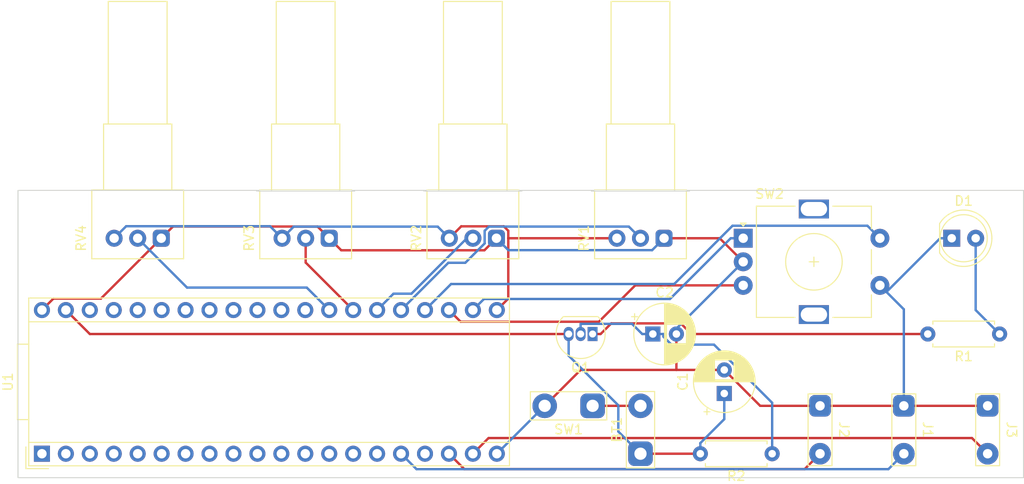
<source format=kicad_pcb>
(kicad_pcb (version 20221018) (generator pcbnew)
  (layers (0 "F.Cu" signal) (31 "B.Cu" signal) (34 "B.Paste" user) (35 "F.Paste" user) (36 "B.SilkS" user "B.Silkscreen") (37 "F.SilkS" user "F.Silkscreen") (38 "B.Mask" user) (39 "F.Mask" user) (44 "Edge.Cuts" user))
  (net 0 "")
  (net 1 "/A_PWR3.3")
  (net 2 "+9V")
  (net 3 "GND")
  (net 4 "Net-(BT1--)")
  (net 5 "Net-(Q1-B)")
  (net 6 "Net-(Q1-E)")
  (net 7 "Net-(D1-A)")
  (net 8 "Net-(J1-PadT)")
  (net 9 "Net-(U1-Audio_Out_1)")
  (net 10 "Net-(U1-Audio_Out_2)")
  (net 11 "Net-(U1-A3{slash}D18)")
  (net 12 "Net-(U1-A4{slash}D19)")
  (net 13 "Net-(U1-A5{slash}D20)")
  (net 14 "Net-(U1-A5{slash}D21)")
  (net 31 "Net-(U1-A0{slash}D15)")
  (net 32 "Net-(U1-A1{slash}D16)")
  (net 33 "Net-(U1-A2{slash}D17)")
  (footprint "Rotary_Encoder:RotaryEncoder_Alps_EC11E-Switch_Vertical_H20mm" (layer "F.Cu") (at 178.54 106.68)
    (fp_text reference "SW2" (at 2.8 -4.7) (layer "F.SilkS"))
    (fp_text value "RotaryEncoder_Switch")
    (pad "A" thru_hole rect (at 0 0) (size 2 2) (drill 1) (layers "*.Cu" "*.Mask") (net 31 "Net-(U1-A0{slash}D15)"))
    (pad "B" thru_hole circle (at 0 5) (size 2 2) (drill 1) (layers "*.Cu" "*.Mask") (net 32 "Net-(U1-A1{slash}D16)"))
    (pad "C" thru_hole circle (at 0 2.5) (size 2 2) (drill 1) (layers "*.Cu" "*.Mask") (net 3 "GND"))
    (pad "MP" thru_hole rect (at 7.5 -3.1) (size 3.2 2) (drill oval 2.8 1.5) (layers "*.Cu" "*.Mask"))
    (pad "MP" thru_hole rect (at 7.5 8.1) (size 3.2 2) (drill oval 2.8 1.5) (layers "*.Cu" "*.Mask"))
    (pad "S1" thru_hole circle (at 14.5 5) (size 2 2) (drill 1) (layers "*.Cu" "*.Mask") (net 3 "GND"))
    (pad "S2" thru_hole circle (at 14.5 0) (size 2 2) (drill 1) (layers "*.Cu" "*.Mask") (net 33 "Net-(U1-A2{slash}D17)"))
  )
  (footprint "Potentiometer_THT:Potentiometer_Alps_RK097_Single_Horizontal" (layer "F.Cu") (at 152.36 106.68 -90)
    (fp_text reference "RV2" (at 0 8.5 90) (layer "F.SilkS"))
    (fp_text value "R_Potentiometer")
    (fp_line (start -5 -2.7) (end -5 7.7) (stroke (width 0.1)) (layer "Edge.Cuts"))
    (pad "1" thru_hole roundrect (at 0 0 90) (size 1.8 1.8) (drill 1) (layers "*.Cu" "*.Mask") (net 3 "GND"))
    (pad "2" thru_hole circle (at 0 2.5 90) (size 1.8 1.8) (drill 1) (layers "*.Cu" "*.Mask") (net 12 "Net-(U1-A4{slash}D19)"))
    (pad "3" thru_hole circle (at 0 5 90) (size 1.8 1.8) (drill 1) (layers "*.Cu" "*.Mask") (net 1 "/A_PWR3.3"))
  )
  (footprint "Capacitor_THT:CP_Radial_D6.3mm_P2.50mm" (layer "F.Cu") (at 176.53 123.15 90)
    (fp_text reference "C1" (at 1.25 -4.4 90) (layer "F.SilkS"))
    (fp_text value "220uF")
    (pad "1" thru_hole rect (at 0 0 90) (size 1.6 1.6) (drill 0.8) (layers "*.Cu" "*.Mask") (net 2 "+9V"))
    (pad "2" thru_hole circle (at 2.5 0 90) (size 1.6 1.6) (drill 0.8) (layers "*.Cu" "*.Mask") (net 3 "GND"))
  )
  (footprint "Potentiometer_THT:Potentiometer_Alps_RK097_Single_Horizontal" (layer "F.Cu") (at 134.62 106.68 -90)
    (fp_text reference "RV3" (at 0 8.5 90) (layer "F.SilkS"))
    (fp_text value "R_Potentiometer")
    (fp_line (start -5 -2.7) (end -5 7.7) (stroke (width 0.1)) (layer "Edge.Cuts"))
    (pad "1" thru_hole roundrect (at 0 0 90) (size 1.8 1.8) (drill 1) (layers "*.Cu" "*.Mask") (net 3 "GND"))
    (pad "2" thru_hole circle (at 0 2.5 90) (size 1.8 1.8) (drill 1) (layers "*.Cu" "*.Mask") (net 13 "Net-(U1-A5{slash}D20)"))
    (pad "3" thru_hole circle (at 0 5 90) (size 1.8 1.8) (drill 1) (layers "*.Cu" "*.Mask") (net 1 "/A_PWR3.3"))
  )
  (footprint "LED_THT:LED_D5.0mm" (layer "F.Cu") (at 200.66 106.68)
    (fp_text reference "D1" (at 1.27 -3.96) (layer "F.SilkS"))
    (fp_text value "LED")
    (pad "1" thru_hole rect (at 0 0) (size 1.8 1.8) (drill 0.9) (layers "*.Cu" "*.Mask") (net 3 "GND"))
    (pad "2" thru_hole circle (at 2.54 0) (size 1.8 1.8) (drill 0.9) (layers "*.Cu" "*.Mask") (net 7 "Net-(D1-A)"))
  )
  (footprint "Library_electrosmith:Device_Audio_Electrosmith_Daisy_Seed" (layer "F.Cu") (at 104.14 129.54 90)
    (fp_text reference "U1" (at 7.62 -3.6 90) (layer "F.SilkS"))
    (fp_text value "~")
    (pad "1" thru_hole rect (at 0 0 90) (size 1.7 1.7) (drill 1) (layers "*.Cu" "*.Mask"))
    (pad "2" thru_hole circle (at 0 2.54 90) (size 1.7 1.7) (drill 1) (layers "*.Cu" "*.Mask"))
    (pad "3" thru_hole circle (at 0 5.08 90) (size 1.7 1.7) (drill 1) (layers "*.Cu" "*.Mask"))
    (pad "4" thru_hole circle (at 0 7.62 90) (size 1.7 1.7) (drill 1) (layers "*.Cu" "*.Mask"))
    (pad "5" thru_hole circle (at 0 10.16 90) (size 1.7 1.7) (drill 1) (layers "*.Cu" "*.Mask"))
    (pad "6" thru_hole circle (at 0 12.7 90) (size 1.7 1.7) (drill 1) (layers "*.Cu" "*.Mask"))
    (pad "7" thru_hole circle (at 0 15.24 90) (size 1.7 1.7) (drill 1) (layers "*.Cu" "*.Mask"))
    (pad "8" thru_hole circle (at 0 17.78 90) (size 1.7 1.7) (drill 1) (layers "*.Cu" "*.Mask"))
    (pad "9" thru_hole circle (at 0 20.32 90) (size 1.7 1.7) (drill 1) (layers "*.Cu" "*.Mask"))
    (pad "10" thru_hole circle (at 0 22.86 90) (size 1.7 1.7) (drill 1) (layers "*.Cu" "*.Mask"))
    (pad "11" thru_hole circle (at 0 25.4 90) (size 1.7 1.7) (drill 1) (layers "*.Cu" "*.Mask"))
    (pad "12" thru_hole circle (at 0 27.94 90) (size 1.7 1.7) (drill 1) (layers "*.Cu" "*.Mask"))
    (pad "13" thru_hole circle (at 0 30.48 90) (size 1.7 1.7) (drill 1) (layers "*.Cu" "*.Mask"))
    (pad "14" thru_hole circle (at 0 33.02 90) (size 1.7 1.7) (drill 1) (layers "*.Cu" "*.Mask"))
    (pad "15" thru_hole circle (at 0 35.56 90) (size 1.7 1.7) (drill 1) (layers "*.Cu" "*.Mask"))
    (pad "16" thru_hole circle (at 0 38.1 90) (size 1.7 1.7) (drill 1) (layers "*.Cu" "*.Mask") (net 8 "Net-(J1-PadT)"))
    (pad "17" thru_hole circle (at 0 40.64 90) (size 1.7 1.7) (drill 1) (layers "*.Cu" "*.Mask"))
    (pad "18" thru_hole circle (at 0 43.18 90) (size 1.7 1.7) (drill 1) (layers "*.Cu" "*.Mask") (net 9 "Net-(U1-Audio_Out_1)"))
    (pad "19" thru_hole circle (at 0 45.72 90) (size 1.7 1.7) (drill 1) (layers "*.Cu" "*.Mask") (net 10 "Net-(U1-Audio_Out_2)"))
    (pad "20" thru_hole circle (at 0 48.26 90) (size 1.7 1.7) (drill 1) (layers "*.Cu" "*.Mask") (net 3 "GND"))
    (pad "21" thru_hole circle (at 15.24 48.26 90) (size 1.7 1.7) (drill 1) (layers "*.Cu" "*.Mask") (net 1 "/A_PWR3.3"))
    (pad "22" thru_hole circle (at 15.24 45.72 90) (size 1.7 1.7) (drill 1) (layers "*.Cu" "*.Mask") (net 31 "Net-(U1-A0{slash}D15)"))
    (pad "23" thru_hole circle (at 15.24 43.18 90) (size 1.7 1.7) (drill 1) (layers "*.Cu" "*.Mask") (net 32 "Net-(U1-A1{slash}D16)"))
    (pad "24" thru_hole circle (at 15.24 40.64 90) (size 1.7 1.7) (drill 1) (layers "*.Cu" "*.Mask") (net 33 "Net-(U1-A2{slash}D17)"))
    (pad "25" thru_hole circle (at 15.24 38.1 90) (size 1.7 1.7) (drill 1) (layers "*.Cu" "*.Mask") (net 11 "Net-(U1-A3{slash}D18)"))
    (pad "26" thru_hole circle (at 15.24 35.56 90) (size 1.7 1.7) (drill 1) (layers "*.Cu" "*.Mask") (net 12 "Net-(U1-A4{slash}D19)"))
    (pad "27" thru_hole circle (at 15.24 33.02 90) (size 1.7 1.7) (drill 1) (layers "*.Cu" "*.Mask") (net 13 "Net-(U1-A5{slash}D20)"))
    (pad "28" thru_hole circle (at 15.24 30.48 90) (size 1.7 1.7) (drill 1) (layers "*.Cu" "*.Mask") (net 14 "Net-(U1-A5{slash}D21)"))
    (pad "29" thru_hole circle (at 15.24 27.94 90) (size 1.7 1.7) (drill 1) (layers "*.Cu" "*.Mask"))
    (pad "30" thru_hole circle (at 15.24 25.4 90) (size 1.7 1.7) (drill 1) (layers "*.Cu" "*.Mask"))
    (pad "31" thru_hole circle (at 15.24 22.86 90) (size 1.7 1.7) (drill 1) (layers "*.Cu" "*.Mask"))
    (pad "32" thru_hole circle (at 15.24 20.32 90) (size 1.7 1.7) (drill 1) (layers "*.Cu" "*.Mask"))
    (pad "33" thru_hole circle (at 15.24 17.78 90) (size 1.7 1.7) (drill 1) (layers "*.Cu" "*.Mask"))
    (pad "34" thru_hole circle (at 15.24 15.24 90) (size 1.7 1.7) (drill 1) (layers "*.Cu" "*.Mask"))
    (pad "35" thru_hole circle (at 15.24 12.7 90) (size 1.7 1.7) (drill 1) (layers "*.Cu" "*.Mask"))
    (pad "36" thru_hole circle (at 15.24 10.16 90) (size 1.7 1.7) (drill 1) (layers "*.Cu" "*.Mask"))
    (pad "37" thru_hole circle (at 15.24 7.62 90) (size 1.7 1.7) (drill 1) (layers "*.Cu" "*.Mask"))
    (pad "38" thru_hole circle (at 15.24 5.08 90) (size 1.7 1.7) (drill 1) (layers "*.Cu" "*.Mask"))
    (pad "39" thru_hole circle (at 15.24 2.54 90) (size 1.7 1.7) (drill 1) (layers "*.Cu" "*.Mask") (net 2 "+9V"))
    (pad "40" thru_hole circle (at 15.24 0 90) (size 1.7 1.7) (drill 1) (layers "*.Cu" "*.Mask") (net 3 "GND"))
  )
  (footprint "Potentiometer_THT:Potentiometer_Alps_RK097_Single_Horizontal" (layer "F.Cu") (at 170.14 106.68 -90)
    (fp_text reference "RV1" (at 0 8.5 90) (layer "F.SilkS"))
    (fp_text value "R_Potentiometer")
    (fp_line (start -5 -2.7) (end -5 7.7) (stroke (width 0.1)) (layer "Edge.Cuts"))
    (pad "1" thru_hole roundrect (at 0 0 90) (size 1.8 1.8) (drill 1) (layers "*.Cu" "*.Mask") (net 3 "GND"))
    (pad "2" thru_hole circle (at 0 2.5 90) (size 1.8 1.8) (drill 1) (layers "*.Cu" "*.Mask") (net 11 "Net-(U1-A3{slash}D18)"))
    (pad "3" thru_hole circle (at 0 5 90) (size 1.8 1.8) (drill 1) (layers "*.Cu" "*.Mask") (net 1 "/A_PWR3.3"))
  )
  (footprint "TestPoint:TestPoint_2Pads_Pitch5.08mm_Drill1.3mm" (layer "F.Cu") (at 162.56 124.46 180)
    (fp_text reference "SW1" (at 2.54 -2.5) (layer "F.SilkS"))
    (fp_text value "SW_SPST")
    (pad "1" thru_hole roundrect (at 0 0 180) (size 2.6 2.6) (drill 1.3) (layers "*.Cu" "*.Mask") (net 4 "Net-(BT1--)"))
    (pad "2" thru_hole circle (at 5.08 0 180) (size 2.6 2.6) (drill 1.3) (layers "*.Cu" "*.Mask") (net 3 "GND"))
  )
  (footprint "Capacitor_THT:CP_Radial_D6.3mm_P2.50mm" (layer "F.Cu") (at 168.95 116.84)
    (fp_text reference "C2" (at 1.25 -4.4) (layer "F.SilkS"))
    (fp_text value "100uF")
    (pad "1" thru_hole rect (at 0 0) (size 1.6 1.6) (drill 0.8) (layers "*.Cu" "*.Mask") (net 5 "Net-(Q1-B)"))
    (pad "2" thru_hole circle (at 2.5 0) (size 1.6 1.6) (drill 0.8) (layers "*.Cu" "*.Mask") (net 3 "GND"))
  )
  (footprint "TestPoint:TestPoint_2Pads_Pitch5.08mm_Drill1.3mm" (layer "F.Cu") (at 167.64 129.54 90)
    (fp_text reference "BT1" (at 2.54 -2.5 90) (layer "F.SilkS"))
    (fp_text value "Battery_Cell")
    (pad "1" thru_hole roundrect (at 0 0 90) (size 2.6 2.6) (drill 1.3) (layers "*.Cu" "*.Mask") (net 2 "+9V"))
    (pad "2" thru_hole circle (at 5.08 0 90) (size 2.6 2.6) (drill 1.3) (layers "*.Cu" "*.Mask") (net 4 "Net-(BT1--)"))
  )
  (footprint "Potentiometer_THT:Potentiometer_Alps_RK097_Single_Horizontal" (layer "F.Cu") (at 116.8 106.68 -90)
    (fp_text reference "RV4" (at 0 8.5 90) (layer "F.SilkS"))
    (fp_text value "R_Potentiometer")
    (pad "1" thru_hole roundrect (at 0 0 90) (size 1.8 1.8) (drill 1) (layers "*.Cu" "*.Mask") (net 3 "GND"))
    (pad "2" thru_hole circle (at 0 2.5 90) (size 1.8 1.8) (drill 1) (layers "*.Cu" "*.Mask") (net 14 "Net-(U1-A5{slash}D21)"))
    (pad "3" thru_hole circle (at 0 5 90) (size 1.8 1.8) (drill 1) (layers "*.Cu" "*.Mask") (net 1 "/A_PWR3.3"))
  )
  (footprint "Daisy_Electrosmith:mono_jack" (layer "F.Cu") (at 204.47 127 -90)
    (fp_text reference "J3" (at 0 -2.54 -90 unlocked) (layer "F.SilkS"))
    (fp_text value "AudioOutput2")
    (pad "S" thru_hole roundrect (at -2.54 0 270) (size 2.286 2.286) (drill 1) (layers "*.Cu" "*.Mask") (net 3 "GND"))
    (pad "T" thru_hole circle (at 2.54 0 270) (size 2.286 2.286) (drill 1) (layers "*.Cu" "*.Mask") (net 10 "Net-(U1-Audio_Out_2)"))
  )
  (footprint "Package_TO_SOT_THT:TO-92_Inline" (layer "F.Cu") (at 162.56 116.84 180)
    (fp_text reference "Q1" (at 1.27 -3.56) (layer "F.SilkS"))
    (fp_text value "PN2222A")
    (pad "1" thru_hole rect (at 0 0 180) (size 1.05 1.5) (drill 0.75) (layers "*.Cu" "*.Mask") (net 6 "Net-(Q1-E)"))
    (pad "2" thru_hole oval (at 1.27 0 180) (size 1.05 1.5) (drill 0.75) (layers "*.Cu" "*.Mask") (net 5 "Net-(Q1-B)"))
    (pad "3" thru_hole oval (at 2.54 0 180) (size 1.05 1.5) (drill 0.75) (layers "*.Cu" "*.Mask") (net 2 "+9V"))
  )
  (footprint "Daisy_Electrosmith:mono_jack" (layer "F.Cu") (at 195.58 127 -90)
    (fp_text reference "J1" (at 0 -2.54 -90 unlocked) (layer "F.SilkS"))
    (fp_text value "AudioInput")
    (pad "S" thru_hole roundrect (at -2.54 0 270) (size 2.286 2.286) (drill 1) (layers "*.Cu" "*.Mask") (net 3 "GND"))
    (pad "T" thru_hole circle (at 2.54 0 270) (size 2.286 2.286) (drill 1) (layers "*.Cu" "*.Mask") (net 8 "Net-(J1-PadT)"))
  )
  (footprint "Resistor_THT:R_Axial_DIN0207_L6.3mm_D2.5mm_P7.62mm_Horizontal" (layer "F.Cu") (at 181.61 129.54 180)
    (fp_text reference "R2" (at 3.81 -2.37) (layer "F.SilkS"))
    (fp_text value "10K")
    (pad "1" thru_hole circle (at 0 0 180) (size 1.6 1.6) (drill 0.8) (layers "*.Cu" "*.Mask") (net 5 "Net-(Q1-B)"))
    (pad "2" thru_hole oval (at 7.62 0 180) (size 1.6 1.6) (drill 0.8) (layers "*.Cu" "*.Mask") (net 2 "+9V"))
  )
  (footprint "Resistor_THT:R_Axial_DIN0207_L6.3mm_D2.5mm_P7.62mm_Horizontal" (layer "F.Cu") (at 205.74 116.84 180)
    (fp_text reference "R1" (at 3.81 -2.37) (layer "F.SilkS"))
    (fp_text value "470")
    (pad "1" thru_hole circle (at 0 0 180) (size 1.6 1.6) (drill 0.8) (layers "*.Cu" "*.Mask") (net 7 "Net-(D1-A)"))
    (pad "2" thru_hole oval (at 7.62 0 180) (size 1.6 1.6) (drill 0.8) (layers "*.Cu" "*.Mask") (net 6 "Net-(Q1-E)"))
  )
  (footprint "Daisy_Electrosmith:mono_jack" (layer "F.Cu") (at 186.69 127 -90)
    (fp_text reference "J2" (at 0 -2.54 -90 unlocked) (layer "F.SilkS"))
    (fp_text value "AudioOutput1")
    (pad "S" thru_hole roundrect (at -2.54 0 270) (size 2.286 2.286) (drill 1) (layers "*.Cu" "*.Mask") (net 3 "GND"))
    (pad "T" thru_hole circle (at 2.54 0 270) (size 2.286 2.286) (drill 1) (layers "*.Cu" "*.Mask") (net 9 "Net-(U1-Audio_Out_1)"))
  )
  (gr_rect (start 101.6 101.6) (end 208.28 132.08) (stroke (width 0.1)) (fill none) (layer "Edge.Cuts"))
  (segment (start 153.6154 105.8902) (end 153.6154 106.68) (width 0.25) (layer "F.Cu") (net 1))
  (segment (start 153.1416 105.4164) (end 153.6154 105.8902) (width 0.25) (layer "F.Cu") (net 1))
  (segment (start 153.6154 106.68) (end 153.6154 113.0846) (width 0.25) (layer "F.Cu") (net 1))
  (segment (start 147.36 106.68) (end 148.6236 105.4164) (width 0.25) (layer "F.Cu") (net 1))
  (segment (start 153.6154 113.0846) (end 152.4 114.3) (width 0.25) (layer "F.Cu") (net 1))
  (segment (start 148.6236 105.4164) (end 153.1416 105.4164) (width 0.25) (layer "F.Cu") (net 1))
  (segment (start 165.14 106.68) (end 153.6154 106.68) (width 0.25) (layer "F.Cu") (net 1))
  (segment (start 111.8 106.68) (end 113.0768 105.4032) (width 0.25) (layer "B.Cu") (net 1))
  (segment (start 113.0768 105.4032) (end 128.3432 105.4032) (width 0.25) (layer "B.Cu") (net 1))
  (segment (start 130.8538 105.4462) (end 146.1262 105.4462) (width 0.25) (layer "B.Cu") (net 1))
  (segment (start 128.3432 105.4032) (end 129.62 106.68) (width 0.25) (layer "B.Cu") (net 1))
  (segment (start 146.1262 105.4462) (end 147.36 106.68) (width 0.25) (layer "B.Cu") (net 1))
  (segment (start 129.62 106.68) (end 130.8538 105.4462) (width 0.25) (layer "B.Cu") (net 1))
  (segment (start 109.22 116.84) (end 160.02 116.84) (width 0.25) (layer "F.Cu") (net 2))
  (segment (start 106.68 114.3) (end 109.22 116.84) (width 0.25) (layer "F.Cu") (net 2))
  (segment (start 173.99 129.54) (end 167.64 129.54) (width 0.25) (layer "F.Cu") (net 2))
  (segment (start 160.02 119.1386) (end 165.2886 124.4072) (width 0.25) (layer "B.Cu") (net 2))
  (segment (start 160.02 116.84) (end 160.02 119.1386) (width 0.25) (layer "B.Cu") (net 2))
  (segment (start 165.2886 124.4072) (end 165.2886 127.1886) (width 0.25) (layer "B.Cu") (net 2))
  (segment (start 173.99 128.4131) (end 176.53 125.8731) (width 0.25) (layer "B.Cu") (net 2))
  (segment (start 176.53 125.8731) (end 176.53 123.15) (width 0.25) (layer "B.Cu") (net 2))
  (segment (start 165.2886 127.1886) (end 167.64 129.54) (width 0.25) (layer "B.Cu") (net 2))
  (segment (start 173.99 129.54) (end 173.99 128.4131) (width 0.25) (layer "B.Cu") (net 2))
  (segment (start 152.36 106.68) (end 151.0829 107.9571) (width 0.25) (layer "F.Cu") (net 3))
  (segment (start 195.58 124.46) (end 204.47 124.46) (width 0.25) (layer "F.Cu") (net 3))
  (segment (start 176.04 106.68) (end 178.54 109.18) (width 0.25) (layer "F.Cu") (net 3))
  (segment (start 110.4002 113.0798) (end 116.8 106.68) (width 0.25) (layer "F.Cu") (net 3))
  (segment (start 170.14 106.68) (end 176.04 106.68) (width 0.25) (layer "F.Cu") (net 3))
  (segment (start 105.3602 113.0798) (end 110.4002 113.0798) (width 0.25) (layer "F.Cu") (net 3))
  (segment (start 171.45 120.65) (end 171.45 116.84) (width 0.25) (layer "F.Cu") (net 3))
  (segment (start 133.3775 105.4375) (end 134.62 106.68) (width 0.25) (layer "F.Cu") (net 3))
  (segment (start 195.58 124.46) (end 186.69 124.46) (width 0.25) (layer "F.Cu") (net 3))
  (segment (start 116.8 106.68) (end 118.0425 105.4375) (width 0.25) (layer "F.Cu") (net 3))
  (segment (start 118.0425 105.4375) (end 133.3775 105.4375) (width 0.25) (layer "F.Cu") (net 3))
  (segment (start 135.8971 107.9571) (end 134.62 106.68) (width 0.25) (layer "F.Cu") (net 3))
  (segment (start 171.45 120.65) (end 176.53 120.65) (width 0.25) (layer "F.Cu") (net 3))
  (segment (start 157.48 124.46) (end 161.29 120.65) (width 0.25) (layer "F.Cu") (net 3))
  (segment (start 180.34 124.46) (end 176.53 120.65) (width 0.25) (layer "F.Cu") (net 3))
  (segment (start 104.14 114.3) (end 105.3602 113.0798) (width 0.25) (layer "F.Cu") (net 3))
  (segment (start 161.29 120.65) (end 171.45 120.65) (width 0.25) (layer "F.Cu") (net 3))
  (segment (start 186.69 124.46) (end 180.34 124.46) (width 0.25) (layer "F.Cu") (net 3))
  (segment (start 151.0829 107.9571) (end 135.8971 107.9571) (width 0.25) (layer "F.Cu") (net 3))
  (segment (start 195.58 124.46) (end 195.58 114.22) (width 0.25) (layer "B.Cu") (net 3))
  (segment (start 193.7366 112.3765) (end 199.4331 106.68) (width 0.25) (layer "B.Cu") (net 3))
  (segment (start 195.58 114.22) (end 193.7366 112.3765) (width 0.25) (layer "B.Cu") (net 3))
  (segment (start 200.66 106.68) (end 199.4331 106.68) (width 0.25) (layer "B.Cu") (net 3))
  (segment (start 178.54 109.18) (end 171.45 116.27) (width 0.25) (layer "B.Cu") (net 3))
  (segment (start 157.48 124.46) (end 152.4 129.54) (width 0.25) (layer "B.Cu") (net 3))
  (segment (start 171.45 116.27) (end 171.45 116.84) (width 0.25) (layer "B.Cu") (net 3))
  (segment (start 168.8758 107.9442) (end 153.6242 107.9442) (width 0.25) (layer "B.Cu") (net 3))
  (segment (start 193.7366 112.3765) (end 193.04 111.68) (width 0.25) (layer "B.Cu") (net 3))
  (segment (start 170.14 106.68) (end 168.8758 107.9442) (width 0.25) (layer "B.Cu") (net 3))
  (segment (start 153.6242 107.9442) (end 152.36 106.68) (width 0.25) (layer "B.Cu") (net 3))
  (segment (start 167.64 124.46) (end 162.56 124.46) (width 0.25) (layer "F.Cu") (net 4))
  (segment (start 168.95 116.84) (end 167.8231 116.84) (width 0.25) (layer "B.Cu") (net 5))
  (segment (start 175.4406 117.9669) (end 170.922 117.9669) (width 0.25) (layer "B.Cu") (net 5))
  (segment (start 167.8231 116.84) (end 166.7462 115.7631) (width 0.25) (layer "B.Cu") (net 5))
  (segment (start 166.7462 115.7631) (end 161.29 115.7631) (width 0.25) (layer "B.Cu") (net 5))
  (segment (start 170.0769 117.1218) (end 170.0769 116.84) (width 0.25) (layer "B.Cu") (net 5))
  (segment (start 161.29 116.84) (end 161.29 115.7631) (width 0.25) (layer "B.Cu") (net 5))
  (segment (start 168.95 116.84) (end 170.0769 116.84) (width 0.25) (layer "B.Cu") (net 5))
  (segment (start 181.61 124.1363) (end 175.4406 117.9669) (width 0.25) (layer "B.Cu") (net 5))
  (segment (start 170.922 117.9669) (end 170.0769 117.1218) (width 0.25) (layer "B.Cu") (net 5))
  (segment (start 181.61 129.54) (end 181.61 124.1363) (width 0.25) (layer "B.Cu") (net 5))
  (segment (start 173.0437 116.84) (end 171.9168 115.7131) (width 0.25) (layer "F.Cu") (net 6))
  (segment (start 198.12 116.84) (end 173.0437 116.84) (width 0.25) (layer "F.Cu") (net 6))
  (segment (start 162.56 116.84) (end 163.4119 116.84) (width 0.25) (layer "F.Cu") (net 6))
  (segment (start 171.9168 115.7131) (end 164.5388 115.7131) (width 0.25) (layer "F.Cu") (net 6))
  (segment (start 164.5388 115.7131) (end 163.4119 116.84) (width 0.25) (layer "F.Cu") (net 6))
  (segment (start 203.2 114.3) (end 203.2 106.68) (width 0.25) (layer "B.Cu") (net 7))
  (segment (start 205.74 116.84) (end 203.2 114.3) (width 0.25) (layer "B.Cu") (net 7))
  (segment (start 143.8767 131.1767) (end 142.24 129.54) (width 0.25) (layer "B.Cu") (net 8))
  (segment (start 193.9433 131.1767) (end 143.8767 131.1767) (width 0.25) (layer "B.Cu") (net 8))
  (segment (start 195.58 129.54) (end 193.9433 131.1767) (width 0.25) (layer "B.Cu") (net 8))
  (segment (start 186.69 129.54) (end 185.0605 131.1695) (width 0.25) (layer "F.Cu") (net 9))
  (segment (start 148.9495 131.1695) (end 147.32 129.54) (width 0.25) (layer "F.Cu") (net 9))
  (segment (start 185.0605 131.1695) (end 148.9495 131.1695) (width 0.25) (layer "F.Cu") (net 9))
  (segment (start 204.47 129.54) (end 202.8066 127.8766) (width 0.25) (layer "F.Cu") (net 10))
  (segment (start 202.8066 127.8766) (end 151.5234 127.8766) (width 0.25) (layer "F.Cu") (net 10))
  (segment (start 151.5234 127.8766) (end 149.86 129.54) (width 0.25) (layer "F.Cu") (net 10))
  (segment (start 151.109 107.2291) (end 151.109 105.8928) (width 0.25) (layer "B.Cu") (net 11))
  (segment (start 149.0544 109.2837) (end 151.109 107.2291) (width 0.25) (layer "B.Cu") (net 11))
  (segment (start 142.24 114.3) (end 147.2563 109.2837) (width 0.25) (layer "B.Cu") (net 11))
  (segment (start 147.2563 109.2837) (end 149.0544 109.2837) (width 0.25) (layer "B.Cu") (net 11))
  (segment (start 151.109 105.8928) (end 151.5584 105.4434) (width 0.25) (layer "B.Cu") (net 11))
  (segment (start 166.4034 105.4434) (end 167.64 106.68) (width 0.25) (layer "B.Cu") (net 11))
  (segment (start 151.5584 105.4434) (end 166.4034 105.4434) (width 0.25) (layer "B.Cu") (net 11))
  (segment (start 149.86 106.68) (end 149.2209 106.68) (width 0.25) (layer "B.Cu") (net 12))
  (segment (start 141.4385 112.5615) (end 139.7 114.3) (width 0.25) (layer "B.Cu") (net 12))
  (segment (start 143.3394 112.5615) (end 141.4385 112.5615) (width 0.25) (layer "B.Cu") (net 12))
  (segment (start 149.2209 106.68) (end 143.3394 112.5615) (width 0.25) (layer "B.Cu") (net 12))
  (segment (start 132.12 109.26) (end 132.12 106.68) (width 0.25) (layer "F.Cu") (net 13))
  (segment (start 137.16 114.3) (end 132.12 109.26) (width 0.25) (layer "F.Cu") (net 13))
  (segment (start 114.3 106.68) (end 119.5341 111.9141) (width 0.25) (layer "B.Cu") (net 14))
  (segment (start 119.5341 111.9141) (end 132.2341 111.9141) (width 0.25) (layer "B.Cu") (net 14))
  (segment (start 132.2341 111.9141) (end 134.62 114.3) (width 0.25) (layer "B.Cu") (net 14))
  (segment (start 178.54 106.68) (end 177.2131 106.68) (width 0.25) (layer "B.Cu") (net 31))
  (segment (start 149.86 114.3) (end 151.0369 113.1231) (width 0.25) (layer "B.Cu") (net 31))
  (segment (start 170.77 113.1231) (end 177.2131 106.68) (width 0.25) (layer "B.Cu") (net 31))
  (segment (start 151.0369 113.1231) (end 170.77 113.1231) (width 0.25) (layer "B.Cu") (net 31))
  (segment (start 167.0809 111.68) (end 163.2231 115.5378) (width 0.25) (layer "F.Cu") (net 32))
  (segment (start 163.2231 115.5378) (end 148.5578 115.5378) (width 0.25) (layer "F.Cu") (net 32))
  (segment (start 148.5578 115.5378) (end 147.32 114.3) (width 0.25) (layer "F.Cu") (net 32))
  (segment (start 178.54 111.68) (end 167.0809 111.68) (width 0.25) (layer "F.Cu") (net 32))
  (segment (start 191.7131 105.3531) (end 193.04 106.68) (width 0.25) (layer "B.Cu") (net 33))
  (segment (start 177.4046 105.3531) (end 191.7131 105.3531) (width 0.25) (layer "B.Cu") (net 33))
  (segment (start 147.5447 111.5353) (end 171.2224 111.5353) (width 0.25) (layer "B.Cu") (net 33))
  (segment (start 171.2224 111.5353) (end 177.4046 105.3531) (width 0.25) (layer "B.Cu") (net 33))
  (segment (start 144.78 114.3) (end 147.5447 111.5353) (width 0.25) (layer "B.Cu") (net 33))
)
</source>
